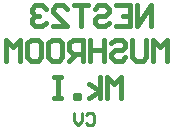
<source format=gbo>
G04*
G04 #@! TF.GenerationSoftware,Altium Limited,Altium Designer,23.4.1 (23)*
G04*
G04 Layer_Color=32896*
%FSLAX25Y25*%
%MOIN*%
G70*
G04*
G04 #@! TF.SameCoordinates,D3063454-9748-4D5F-95FB-788F291D17A3*
G04*
G04*
G04 #@! TF.FilePolarity,Positive*
G04*
G01*
G75*
%ADD13C,0.01500*%
%ADD14C,0.01000*%
D13*
X318500Y493500D02*
Y500498D01*
X313835Y493500D01*
Y500498D01*
X306837D02*
X311502D01*
Y493500D01*
X306837D01*
X311502Y496999D02*
X309170D01*
X299839Y499332D02*
X301006Y500498D01*
X303338D01*
X304504Y499332D01*
Y498165D01*
X303338Y496999D01*
X301006D01*
X299839Y495833D01*
Y494666D01*
X301006Y493500D01*
X303338D01*
X304504Y494666D01*
X297507Y500498D02*
X292842D01*
X295174D01*
Y493500D01*
X285844D02*
X290509D01*
X285844Y498165D01*
Y499332D01*
X287010Y500498D01*
X289343D01*
X290509Y499332D01*
X283511D02*
X282345Y500498D01*
X280012D01*
X278846Y499332D01*
Y498165D01*
X280012Y496999D01*
X281179D01*
X280012D01*
X278846Y495833D01*
Y494666D01*
X280012Y493500D01*
X282345D01*
X283511Y494666D01*
X324000Y482000D02*
Y488998D01*
X321667Y486665D01*
X319335Y488998D01*
Y482000D01*
X317002Y488998D02*
Y483166D01*
X315836Y482000D01*
X313503D01*
X312337Y483166D01*
Y488998D01*
X305339Y487831D02*
X306506Y488998D01*
X308838D01*
X310004Y487831D01*
Y486665D01*
X308838Y485499D01*
X306506D01*
X305339Y484333D01*
Y483166D01*
X306506Y482000D01*
X308838D01*
X310004Y483166D01*
X303007Y488998D02*
Y482000D01*
Y485499D01*
X298342D01*
Y488998D01*
Y482000D01*
X296009D02*
Y488998D01*
X292510D01*
X291344Y487831D01*
Y485499D01*
X292510Y484333D01*
X296009D01*
X293676D02*
X291344Y482000D01*
X285512Y488998D02*
X287845D01*
X289011Y487831D01*
Y483166D01*
X287845Y482000D01*
X285512D01*
X284346Y483166D01*
Y487831D01*
X285512Y488998D01*
X278515D02*
X280847D01*
X282014Y487831D01*
Y483166D01*
X280847Y482000D01*
X278515D01*
X277348Y483166D01*
Y487831D01*
X278515Y488998D01*
X275016Y482000D02*
Y488998D01*
X272683Y486665D01*
X270351Y488998D01*
Y482000D01*
X308500Y469500D02*
Y476498D01*
X306167Y474165D01*
X303835Y476498D01*
Y469500D01*
X301502D02*
Y476498D01*
Y471833D02*
X298003Y474165D01*
X301502Y471833D02*
X298003Y469500D01*
X294504D02*
Y470666D01*
X293338D01*
Y469500D01*
X294504D01*
X288673Y476498D02*
X286340D01*
X287507D01*
Y469500D01*
X288673D01*
X286340D01*
D14*
X296834Y463832D02*
X297501Y464499D01*
X298834D01*
X299500Y463832D01*
Y461166D01*
X298834Y460500D01*
X297501D01*
X296834Y461166D01*
X295501Y464499D02*
Y461833D01*
X294168Y460500D01*
X292835Y461833D01*
Y464499D01*
M02*

</source>
